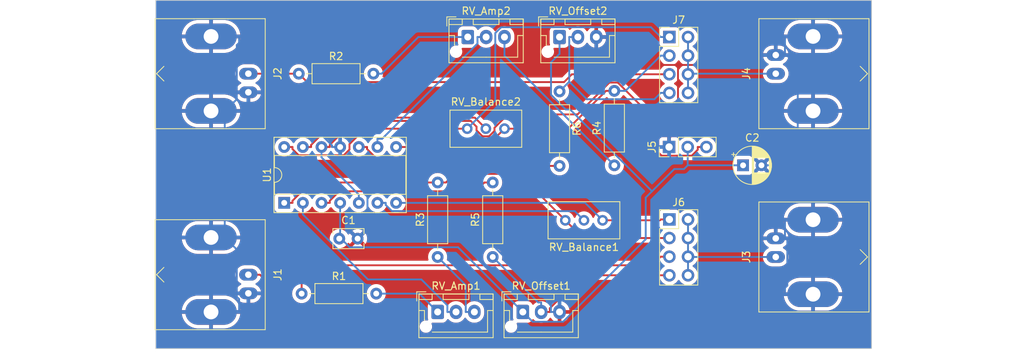
<source format=kicad_pcb>
(kicad_pcb (version 20221018) (generator pcbnew)
  (title_block (title "Wave Form Amplifier") (date "2023-03-08") (rev "1") (company "Out-of-Band Development") (comment 1 "Matthew Whited"))
  (layers (0 "F.Cu" signal) (31 "B.Cu" signal) (34 "B.Paste" user) (35 "F.Paste" user) (36 "B.SilkS" user "B.Silkscreen") (37 "F.SilkS" user "F.Silkscreen") (38 "B.Mask" user) (39 "F.Mask" user) (44 "Edge.Cuts" user))
  (net 0 "")
  (net 1 "Net-(J1-In)")
  (net 2 "Earth_Protective")
  (net 3 "Net-(J2-In)")
  (net 4 "Net-(J3-In)")
  (net 5 "Net-(J4-In)")
  (net 6 "VCC")
  (net 7 "Net-(J6-Pin_1)")
  (net 8 "Net-(J6-Pin_3)")
  (net 9 "Net-(J6-Pin_7)")
  (net 10 "Net-(J7-Pin_1)")
  (net 11 "Net-(J7-Pin_3)")
  (net 12 "Net-(J7-Pin_7)")
  (net 13 "Net-(R1-Pad2)")
  (net 14 "Net-(U1A--)")
  (net 15 "Net-(R3-Pad1)")
  (net 16 "Net-(R2-Pad2)")
  (net 17 "Net-(U1C--)")
  (net 18 "Net-(R4-Pad1)")
  (net 19 "Net-(U1B--)")
  (net 20 "Net-(U1D--)")
  (net 21 "Net-(U1A-+)")
  (net 22 "Net-(U1C-+)")
  (net 23 "VDD")
  (footprint "Connector_Coaxial:BNC_Amphenol_B6252HB-NPP3G-50_Horizontal" (layer "F.Cu") (at 196.835 72.54 -90)
    (fp_text reference "J4" (at 0 4 90) (layer "F.SilkS"))
    (fp_text value "Conn_Coaxial")
    (pad "1" thru_hole oval (at 0 0 270) (size 1.6 2.5) (drill 0.89) (layers "*.Cu" "*.Mask") (net 5 "Net-(J4-In)"))
    (pad "2" thru_hole oval (at -5.08 -5.08 270) (size 3.5 7) (drill 2.01) (layers "*.Cu" "*.Mask") (net 2 "Earth_Protective"))
    (pad "2" thru_hole oval (at -2.54 0 270) (size 1.6 2.5) (drill 0.89) (layers "*.Cu" "*.Mask") (net 2 "Earth_Protective"))
    (pad "2" thru_hole oval (at 5.08 -5.08 270) (size 3.5 7) (drill 2.01) (layers "*.Cu" "*.Mask") (net 2 "Earth_Protective"))
  )
  (footprint "Resistor_THT:R_Axial_DIN0207_L6.3mm_D2.5mm_P10.16mm_Horizontal" (layer "F.Cu") (at 132.26 102.54)
    (fp_text reference "R1" (at 5.08 -2.37) (layer "F.SilkS"))
    (fp_text value "100")
    (pad "1" thru_hole circle (at 0 0) (size 1.6 1.6) (drill 0.8) (layers "*.Cu" "*.Mask") (net 1 "Net-(J1-In)"))
    (pad "2" thru_hole oval (at 10.16 0) (size 1.6 1.6) (drill 0.8) (layers "*.Cu" "*.Mask") (net 13 "Net-(R1-Pad2)"))
  )
  (footprint "Resistor_THT:R_Axial_DIN0207_L6.3mm_D2.5mm_P10.16mm_Horizontal" (layer "F.Cu") (at 174.85 85.04 90)
    (fp_text reference "R4" (at 5.08 -2.37 90) (layer "F.SilkS"))
    (fp_text value "100")
    (pad "1" thru_hole circle (at 0 0 90) (size 1.6 1.6) (drill 0.8) (layers "*.Cu" "*.Mask") (net 18 "Net-(R4-Pad1)"))
    (pad "2" thru_hole oval (at 10.16 0 90) (size 1.6 1.6) (drill 0.8) (layers "*.Cu" "*.Mask") (net 11 "Net-(J7-Pin_3)"))
  )
  (footprint "Potentiometer_THT:Potentiometer_Bourns_3296W_Vertical" (layer "F.Cu") (at 159.89 80.04)
    (fp_text reference "RV_Balance2" (at -2.54 -3.66) (layer "F.SilkS"))
    (fp_text value "10k")
    (pad "1" thru_hole circle (at 0 0) (size 1.44 1.44) (drill 0.8) (layers "*.Cu" "*.Mask") (net 11 "Net-(J7-Pin_3)"))
    (pad "2" thru_hole circle (at -2.54 0) (size 1.44 1.44) (drill 0.8) (layers "*.Cu" "*.Mask") (net 20 "Net-(U1D--)"))
    (pad "3" thru_hole circle (at -5.08 0) (size 1.44 1.44) (drill 0.8) (layers "*.Cu" "*.Mask") (net 10 "Net-(J7-Pin_1)"))
  )
  (footprint "Connector_JST:JST_XH_B3B-XH-AM_1x03_P2.50mm_Vertical" (layer "F.Cu") (at 150.785 105.04)
    (fp_text reference "RV_Amp1" (at 2.5 -3.55) (layer "F.SilkS"))
    (fp_text value "10k")
    (pad "" np_thru_hole circle (at -1.6 2) (size 1.2 1.2) (drill 1.2) (layers "*.Cu" "*.Mask"))
    (pad "1" thru_hole roundrect (at 0 0) (size 1.7 1.95) (drill 0.95) (layers "*.Cu" "*.Mask") (roundrect_rratio 0.1470588235) (net 13 "Net-(R1-Pad2)"))
    (pad "2" thru_hole oval (at 2.5 0) (size 1.7 1.95) (drill 0.95) (layers "*.Cu" "*.Mask") (net 14 "Net-(U1A--)"))
    (pad "3" thru_hole oval (at 5 0) (size 1.7 1.95) (drill 0.95) (layers "*.Cu" "*.Mask") (net 15 "Net-(R3-Pad1)"))
  )
  (footprint "Resistor_THT:R_Axial_DIN0207_L6.3mm_D2.5mm_P10.16mm_Horizontal" (layer "F.Cu") (at 167.385 74.96 -90)
    (fp_text reference "R6" (at 5.08 -2.37 90) (layer "F.SilkS"))
    (fp_text value "100")
    (pad "1" thru_hole circle (at 0 0 270) (size 1.6 1.6) (drill 0.8) (layers "*.Cu" "*.Mask") (net 12 "Net-(J7-Pin_7)"))
    (pad "2" thru_hole oval (at 10.16 0 270) (size 1.6 1.6) (drill 0.8) (layers "*.Cu" "*.Mask") (net 22 "Net-(U1C-+)"))
  )
  (footprint "Connector_JST:JST_XH_B3B-XH-AM_1x03_P2.50mm_Vertical" (layer "F.Cu") (at 167.385 67.54)
    (fp_text reference "RV_Offset2" (at 2.5 -3.55) (layer "F.SilkS"))
    (fp_text value "10k")
    (pad "" np_thru_hole circle (at -1.6 2) (size 1.2 1.2) (drill 1.2) (layers "*.Cu" "*.Mask"))
    (pad "1" thru_hole roundrect (at 0 0) (size 1.7 1.95) (drill 0.95) (layers "*.Cu" "*.Mask") (roundrect_rratio 0.1470588235) (net 6 "VCC"))
    (pad "2" thru_hole oval (at 2.5 0) (size 1.7 1.95) (drill 0.95) (layers "*.Cu" "*.Mask") (net 12 "Net-(J7-Pin_7)"))
    (pad "3" thru_hole oval (at 5 0) (size 1.7 1.95) (drill 0.95) (layers "*.Cu" "*.Mask") (net 2 "Earth_Protective"))
  )
  (footprint "Connector_Coaxial:BNC_Amphenol_B6252HB-NPP3G-50_Horizontal" (layer "F.Cu") (at 125 72.54 90)
    (fp_text reference "J2" (at 0 4 90) (layer "F.SilkS"))
    (fp_text value "Conn_Coaxial")
    (pad "1" thru_hole oval (at 0 0 90) (size 1.6 2.5) (drill 0.89) (layers "*.Cu" "*.Mask") (net 3 "Net-(J2-In)"))
    (pad "2" thru_hole oval (at -5.08 -5.08 90) (size 3.5 7) (drill 2.01) (layers "*.Cu" "*.Mask") (net 2 "Earth_Protective"))
    (pad "2" thru_hole oval (at -2.54 0 90) (size 1.6 2.5) (drill 0.89) (layers "*.Cu" "*.Mask") (net 2 "Earth_Protective"))
    (pad "2" thru_hole oval (at 5.08 -5.08 90) (size 3.5 7) (drill 2.01) (layers "*.Cu" "*.Mask") (net 2 "Earth_Protective"))
  )
  (footprint "Connector_PinHeader_2.54mm:PinHeader_1x03_P2.54mm_Vertical" (layer "F.Cu") (at 182.305 82.54 90)
    (fp_text reference "J5" (at 0 -2.33 90) (layer "F.SilkS"))
    (fp_text value "Conn_01x03_Pin")
    (pad "1" thru_hole rect (at 0 0 90) (size 1.7 1.7) (drill 1) (layers "*.Cu" "*.Mask") (net 2 "Earth_Protective"))
    (pad "2" thru_hole oval (at 0 2.54 90) (size 1.7 1.7) (drill 1) (layers "*.Cu" "*.Mask") (net 6 "VCC"))
    (pad "3" thru_hole oval (at 0 5.08 90) (size 1.7 1.7) (drill 1) (layers "*.Cu" "*.Mask") (net 23 "VDD"))
  )
  (footprint "Potentiometer_THT:Potentiometer_Bourns_3296W_Vertical" (layer "F.Cu") (at 168.17 92.54 180)
    (fp_text reference "RV_Balance1" (at -2.54 -3.66) (layer "F.SilkS"))
    (fp_text value "10k")
    (pad "1" thru_hole circle (at 0 0 180) (size 1.44 1.44) (drill 0.8) (layers "*.Cu" "*.Mask") (net 8 "Net-(J6-Pin_3)"))
    (pad "2" thru_hole circle (at -2.54 0 180) (size 1.44 1.44) (drill 0.8) (layers "*.Cu" "*.Mask") (net 19 "Net-(U1B--)"))
    (pad "3" thru_hole circle (at -5.08 0 180) (size 1.44 1.44) (drill 0.8) (layers "*.Cu" "*.Mask") (net 7 "Net-(J6-Pin_1)"))
  )
  (footprint "Connector_JST:JST_XH_B3B-XH-AM_1x03_P2.50mm_Vertical" (layer "F.Cu") (at 154.885 67.54)
    (fp_text reference "RV_Amp2" (at 2.5 -3.55) (layer "F.SilkS"))
    (fp_text value "10k")
    (pad "" np_thru_hole circle (at -1.6 2) (size 1.2 1.2) (drill 1.2) (layers "*.Cu" "*.Mask"))
    (pad "1" thru_hole roundrect (at 0 0) (size 1.7 1.95) (drill 0.95) (layers "*.Cu" "*.Mask") (roundrect_rratio 0.1470588235) (net 16 "Net-(R2-Pad2)"))
    (pad "2" thru_hole oval (at 2.5 0) (size 1.7 1.95) (drill 0.95) (layers "*.Cu" "*.Mask") (net 17 "Net-(U1C--)"))
    (pad "3" thru_hole oval (at 5 0) (size 1.7 1.95) (drill 0.95) (layers "*.Cu" "*.Mask") (net 18 "Net-(R4-Pad1)"))
  )
  (footprint "Connector_PinHeader_2.54mm:PinHeader_2x04_P2.54mm_Vertical" (layer "F.Cu") (at 182.345 67.54)
    (fp_text reference "J7" (at 1.27 -2.33) (layer "F.SilkS"))
    (fp_text value "Conn_02x04_Odd_Even")
    (pad "1" thru_hole rect (at 0 0) (size 1.7 1.7) (drill 1) (layers "*.Cu" "*.Mask") (net 10 "Net-(J7-Pin_1)"))
    (pad "2" thru_hole oval (at 2.54 0) (size 1.7 1.7) (drill 1) (layers "*.Cu" "*.Mask") (net 5 "Net-(J4-In)"))
    (pad "3" thru_hole oval (at 0 2.54) (size 1.7 1.7) (drill 1) (layers "*.Cu" "*.Mask") (net 11 "Net-(J7-Pin_3)"))
    (pad "4" thru_hole oval (at 2.54 2.54) (size 1.7 1.7) (drill 1) (layers "*.Cu" "*.Mask") (net 5 "Net-(J4-In)"))
    (pad "5" thru_hole oval (at 0 5.08) (size 1.7 1.7) (drill 1) (layers "*.Cu" "*.Mask") (net 3 "Net-(J2-In)"))
    (pad "6" thru_hole oval (at 2.54 5.08) (size 1.7 1.7) (drill 1) (layers "*.Cu" "*.Mask") (net 5 "Net-(J4-In)"))
    (pad "7" thru_hole oval (at 0 7.62) (size 1.7 1.7) (drill 1) (layers "*.Cu" "*.Mask") (net 12 "Net-(J7-Pin_7)"))
    (pad "8" thru_hole oval (at 2.54 7.62) (size 1.7 1.7) (drill 1) (layers "*.Cu" "*.Mask") (net 5 "Net-(J4-In)"))
  )
  (footprint "Resistor_THT:R_Axial_DIN0207_L6.3mm_D2.5mm_P10.16mm_Horizontal" (layer "F.Cu") (at 131.87 72.54)
    (fp_text reference "R2" (at 5.08 -2.37) (layer "F.SilkS"))
    (fp_text value "100")
    (pad "1" thru_hole circle (at 0 0) (size 1.6 1.6) (drill 0.8) (layers "*.Cu" "*.Mask") (net 3 "Net-(J2-In)"))
    (pad "2" thru_hole oval (at 10.16 0) (size 1.6 1.6) (drill 0.8) (layers "*.Cu" "*.Mask") (net 16 "Net-(R2-Pad2)"))
  )
  (footprint "Capacitor_THT:CP_Radial_D5.0mm_P2.50mm" (layer "F.Cu") (at 192.385 85.04)
    (fp_text reference "C2" (at 1.25 -3.75) (layer "F.SilkS"))
    (fp_text value "1mF")
    (pad "1" thru_hole rect (at 0 0) (size 1.6 1.6) (drill 0.8) (layers "*.Cu" "*.Mask") (net 6 "VCC"))
    (pad "2" thru_hole circle (at 2.5 0) (size 1.6 1.6) (drill 0.8) (layers "*.Cu" "*.Mask") (net 2 "Earth_Protective"))
  )
  (footprint "Connector_Coaxial:BNC_Amphenol_B6252HB-NPP3G-50_Horizontal" (layer "F.Cu") (at 125 99.96 90)
    (fp_text reference "J1" (at 0 4 90) (layer "F.SilkS"))
    (fp_text value "Conn_Coaxial")
    (pad "1" thru_hole oval (at 0 0 90) (size 1.6 2.5) (drill 0.89) (layers "*.Cu" "*.Mask") (net 1 "Net-(J1-In)"))
    (pad "2" thru_hole oval (at -5.08 -5.08 90) (size 3.5 7) (drill 2.01) (layers "*.Cu" "*.Mask") (net 2 "Earth_Protective"))
    (pad "2" thru_hole oval (at -2.54 0 90) (size 1.6 2.5) (drill 0.89) (layers "*.Cu" "*.Mask") (net 2 "Earth_Protective"))
    (pad "2" thru_hole oval (at 5.08 -5.08 90) (size 3.5 7) (drill 2.01) (layers "*.Cu" "*.Mask") (net 2 "Earth_Protective"))
  )
  (footprint "Connector_JST:JST_XH_B3B-XH-AM_1x03_P2.50mm_Vertical" (layer "F.Cu") (at 162.385 105.04)
    (fp_text reference "RV_Offset1" (at 2.5 -3.55) (layer "F.SilkS"))
    (fp_text value "10k")
    (pad "" np_thru_hole circle (at -1.6 2) (size 1.2 1.2) (drill 1.2) (layers "*.Cu" "*.Mask"))
    (pad "1" thru_hole roundrect (at 0 0) (size 1.7 1.95) (drill 0.95) (layers "*.Cu" "*.Mask") (roundrect_rratio 0.1470588235) (net 6 "VCC"))
    (pad "2" thru_hole oval (at 2.5 0) (size 1.7 1.95) (drill 0.95) (layers "*.Cu" "*.Mask") (net 9 "Net-(J6-Pin_7)"))
    (pad "3" thru_hole oval (at 5 0) (size 1.7 1.95) (drill 0.95) (layers "*.Cu" "*.Mask") (net 2 "Earth_Protective"))
  )
  (footprint "Connector_PinHeader_2.54mm:PinHeader_2x04_P2.54mm_Vertical" (layer "F.Cu") (at 182.345 92.42)
    (fp_text reference "J6" (at 1.27 -2.33) (layer "F.SilkS"))
    (fp_text value "Conn_02x04_Odd_Even")
    (pad "1" thru_hole rect (at 0 0) (size 1.7 1.7) (drill 1) (layers "*.Cu" "*.Mask") (net 7 "Net-(J6-Pin_1)"))
    (pad "2" thru_hole oval (at 2.54 0) (size 1.7 1.7) (drill 1) (layers "*.Cu" "*.Mask") (net 4 "Net-(J3-In)"))
    (pad "3" thru_hole oval (at 0 2.54) (size 1.7 1.7) (drill 1) (layers "*.Cu" "*.Mask") (net 8 "Net-(J6-Pin_3)"))
    (pad "4" thru_hole oval (at 2.54 2.54) (size 1.7 1.7) (drill 1) (layers "*.Cu" "*.Mask") (net 4 "Net-(J3-In)"))
    (pad "5" thru_hole oval (at 0 5.08) (size 1.7 1.7) (drill 1) (layers "*.Cu" "*.Mask") (net 1 "Net-(J1-In)"))
    (pad "6" thru_hole oval (at 2.54 5.08) (size 1.7 1.7) (drill 1) (layers "*.Cu" "*.Mask") (net 4 "Net-(J3-In)"))
    (pad "7" thru_hole oval (at 0 7.62) (size 1.7 1.7) (drill 1) (layers "*.Cu" "*.Mask") (net 9 "Net-(J6-Pin_7)"))
    (pad "8" thru_hole oval (at 2.54 7.62) (size 1.7 1.7) (drill 1) (layers "*.Cu" "*.Mask") (net 4 "Net-(J3-In)"))
  )
  (footprint "Package_DIP:DIP-14_W7.62mm_Socket" (layer "F.Cu") (at 129.885 90.16 90)
    (fp_text reference "U1" (at 3.81 -2.33 90) (layer "F.SilkS"))
    (fp_text value "LM324")
    (pad "1" thru_hole rect (at 0 0 90) (size 1.6 1.6) (drill 0.8) (layers "*.Cu" "*.Mask") (net 8 "Net-(J6-Pin_3)"))
    (pad "2" thru_hole oval (at 0 2.54 90) (size 1.6 1.6) (drill 0.8) (layers "*.Cu" "*.Mask") (net 14 "Net-(U1A--)"))
    (pad "3" thru_hole oval (at 0 5.08 90) (size 1.6 1.6) (drill 0.8) (layers "*.Cu" "*.Mask") (net 21 "Net-(U1A-+)"))
    (pad "4" thru_hole oval (at 0 7.62 90) (size 1.6 1.6) (drill 0.8) (layers "*.Cu" "*.Mask") (net 6 "VCC"))
    (pad "5" thru_hole oval (at 0 10.16 90) (size 1.6 1.6) (drill 0.8) (layers "*.Cu" "*.Mask") (net 23 "VDD"))
    (pad "6" thru_hole oval (at 0 12.7 90) (size 1.6 1.6) (drill 0.8) (layers "*.Cu" "*.Mask") (net 19 "Net-(U1B--)"))
    (pad "7" thru_hole oval (at 0 15.24 90) (size 1.6 1.6) (drill 0.8) (layers "*.Cu" "*.Mask") (net 7 "Net-(J6-Pin_1)"))
    (pad "8" thru_hole oval (at 7.62 15.24 90) (size 1.6 1.6) (drill 0.8) (layers "*.Cu" "*.Mask") (net 11 "Net-(J7-Pin_3)"))
    (pad "9" thru_hole oval (at 7.62 12.7 90) (size 1.6 1.6) (drill 0.8) (layers "*.Cu" "*.Mask") (net 17 "Net-(U1C--)"))
    (pad "10" thru_hole oval (at 7.62 10.16 90) (size 1.6 1.6) (drill 0.8) (layers "*.Cu" "*.Mask") (net 22 "Net-(U1C-+)"))
    (pad "11" thru_hole oval (at 7.62 7.62 90) (size 1.6 1.6) (drill 0.8) (layers "*.Cu" "*.Mask") (net 2 "Earth_Protective"))
    (pad "12" thru_hole oval (at 7.62 5.08 90) (size 1.6 1.6) (drill 0.8) (layers "*.Cu" "*.Mask") (net 23 "VDD"))
    (pad "13" thru_hole oval (at 7.62 2.54 90) (size 1.6 1.6) (drill 0.8) (layers "*.Cu" "*.Mask") (net 20 "Net-(U1D--)"))
    (pad "14" thru_hole oval (at 7.62 0 90) (size 1.6 1.6) (drill 0.8) (layers "*.Cu" "*.Mask") (net 10 "Net-(J7-Pin_1)"))
  )
  (footprint "Resistor_THT:R_Axial_DIN0207_L6.3mm_D2.5mm_P10.16mm_Horizontal" (layer "F.Cu") (at 150.785 97.54 90)
    (fp_text reference "R3" (at 5.08 -2.37 90) (layer "F.SilkS"))
    (fp_text value "100")
    (pad "1" thru_hole circle (at 0 0 90) (size 1.6 1.6) (drill 0.8) (layers "*.Cu" "*.Mask") (net 15 "Net-(R3-Pad1)"))
    (pad "2" thru_hole oval (at 10.16 0 90) (size 1.6 1.6) (drill 0.8) (layers "*.Cu" "*.Mask") (net 8 "Net-(J6-Pin_3)"))
  )
  (footprint "Capacitor_THT:C_Rect_L4.0mm_W2.5mm_P2.50mm" (layer "F.Cu") (at 137.385 95.04)
    (fp_text reference "C1" (at 1.25 -2.5) (layer "F.SilkS"))
    (fp_text value "100nF")
    (pad "1" thru_hole circle (at 0 0) (size 1.6 1.6) (drill 0.8) (layers "*.Cu" "*.Mask") (net 6 "VCC"))
    (pad "2" thru_hole circle (at 2.5 0) (size 1.6 1.6) (drill 0.8) (layers "*.Cu" "*.Mask") (net 2 "Earth_Protective"))
  )
  (footprint "Resistor_THT:R_Axial_DIN0207_L6.3mm_D2.5mm_P10.16mm_Horizontal" (layer "F.Cu") (at 158.285 97.54 90)
    (fp_text reference "R5" (at 5.08 -2.37 90) (layer "F.SilkS"))
    (fp_text value "100")
    (pad "1" thru_hole circle (at 0 0 90) (size 1.6 1.6) (drill 0.8) (layers "*.Cu" "*.Mask") (net 9 "Net-(J6-Pin_7)"))
    (pad "2" thru_hole oval (at 10.16 0 90) (size 1.6 1.6) (drill 0.8) (layers "*.Cu" "*.Mask") (net 21 "Net-(U1A-+)"))
  )
  (footprint "Connector_Coaxial:BNC_Amphenol_B6252HB-NPP3G-50_Horizontal" (layer "F.Cu") (at 196.835 97.54 -90)
    (fp_text reference "J3" (at 0 4 90) (layer "F.SilkS"))
    (fp_text value "Conn_Coaxial")
    (pad "1" thru_hole oval (at 0 0 270) (size 1.6 2.5) (drill 0.89) (layers "*.Cu" "*.Mask") (net 4 "Net-(J3-In)"))
    (pad "2" thru_hole oval (at -5.08 -5.08 270) (size 3.5 7) (drill 2.01) (layers "*.Cu" "*.Mask") (net 2 "Earth_Protective"))
    (pad "2" thru_hole oval (at -2.54 0 270) (size 1.6 2.5) (drill 0.89) (layers "*.Cu" "*.Mask") (net 2 "Earth_Protective"))
    (pad "2" thru_hole oval (at 5.08 -5.08 270) (size 3.5 7) (drill 2.01) (layers "*.Cu" "*.Mask") (net 2 "Earth_Protective"))
  )
  (gr_rect (start 112.385 62.54) (end 209.885 110.04) (stroke (width 0.1)) (fill none) (layer "Edge.Cuts"))
  (segment (start 132.26 100.138) (end 126.7526 100.138) (width 0.25) (layer "F.Cu") (net 1))
  (segment (start 126.7526 100.138) (end 126.5751 99.96) (width 0.25) (layer "F.Cu") (net 1))
  (segment (start 132.26 100.138) (end 132.26 102.54) (width 0.25) (layer "F.Cu") (net 1))
  (segment (start 133.7224 98.675) (end 132.26 100.138) (width 0.25) (layer "F.Cu") (net 1))
  (segment (start 126.5751 99.96) (end 125 99.96) (width 0.25) (layer "F.Cu") (net 1))
  (segment (start 181.1699 97.5) (end 179.9948 98.675) (width 0.25) (layer "F.Cu") (net 1))
  (segment (start 182.345 97.5) (end 181.1699 97.5) (width 0.25) (layer "F.Cu") (net 1))
  (segment (start 179.9948 98.675) (end 133.7224 98.675) (width 0.25) (layer "F.Cu") (net 1))
  (segment (start 196.835 95) (end 195.26 95) (width 0.25) (layer "F.Cu") (net 2))
  (segment (start 172.385 67.54) (end 173.5601 67.54) (width 0.25) (layer "F.Cu") (net 2))
  (segment (start 177.3701 71.35) (end 183.5202 71.35) (width 0.25) (layer "F.Cu") (net 2))
  (segment (start 183.5202 80.15) (end 183.5202 71.35) (width 0.25) (layer "F.Cu") (net 2))
  (segment (start 182.305 82.54) (end 182.305 81.365) (width 0.25) (layer "F.Cu") (net 2))
  (segment (start 193.91 71.35) (end 195.26 70) (width 0.25) (layer "F.Cu") (net 2))
  (segment (start 182.305 81.365) (end 183.5202 80.15) (width 0.25) (layer "F.Cu") (net 2))
  (segment (start 183.5202 71.35) (end 193.91 71.35) (width 0.25) (layer "F.Cu") (net 2))
  (segment (start 173.5601 67.54) (end 177.3701 71.35) (width 0.25) (layer "F.Cu") (net 2))
  (segment (start 195.26 70) (end 196.835 70) (width 0.25) (layer "F.Cu") (net 2))
  (segment (start 195.26 95) (end 185.22 105.04) (width 0.25) (layer "F.Cu") (net 2))
  (segment (start 185.22 105.04) (end 167.385 105.04) (width 0.25) (layer "F.Cu") (net 2))
  (segment (start 129.153 75.08) (end 125 75.08) (width 0.25) (layer "B.Cu") (net 2))
  (segment (start 137.505 82.54) (end 136.3799 82.54) (width 0.25) (layer "B.Cu") (net 2))
  (segment (start 196.835 70) (end 198.298 70) (width 0.25) (layer "B.Cu") (net 2))
  (segment (start 194.885 85.04) (end 197.356 85.04) (width 0.25) (layer "B.Cu") (net 2))
  (segment (start 123.4249 96.52) (end 123.4249 102.5) (width 0.25) (layer "B.Cu") (net 2))
  (segment (start 198.09 67.46) (end 201.915 67.46) (width 0.25) (layer "B.Cu") (net 2))
  (segment (start 196.835 95) (end 198.298 95) (width 0.25) (layer "B.Cu") (net 2))
  (segment (start 156.0444 93.699) (end 166.2099 103.865) (width 0.25) (layer "B.Cu") (net 2))
  (segment (start 198.298 70) (end 199.827 71.5299) (width 0.25) (layer "B.Cu") (net 2))
  (segment (start 198.09 102.62) (end 198.09 101.76) (width 0.25) (layer "B.Cu") (net 2))
  (segment (start 125 75.08) (end 123.4249 75.08) (width 0.25) (layer "B.Cu") (net 2))
  (segment (start 121.785 94.88) (end 123.4249 96.52) (width 0.25) (layer "B.Cu") (net 2))
  (segment (start 197.356 91.726) (end 198.09 92.46) (width 0.25) (layer "B.Cu") (net 2))
  (segment (start 198.09 69.7923) (end 198.09 67.46) (width 0.25) (layer "B.Cu") (net 2))
  (segment (start 199.827 82.569) (end 197.356 85.04) (width 0.25) (layer "B.Cu") (net 2))
  (segment (start 166.2099 103.865) (end 166.2099 105.04) (width 0.25) (layer "B.Cu") (net 2))
  (segment (start 141.2256 93.699) (end 141.2256 87.386) (width 0.25) (layer "B.Cu") (net 2))
  (segment (start 123.7451 103.286) (end 123.4249 102.966) (width 0.25) (layer "B.Cu") (net 2))
  (segment (start 198.41 101.44) (end 198.41 95.112) (width 0.25) (layer "B.Cu") (net 2))
  (segment (start 119.92 77.62) (end 121.8326 77.62) (width 0.25) (layer "B.Cu") (net 2))
  (segment (start 137.505 83.665) (end 137.505 82.54) (width 0.25) (layer "B.Cu") (net 2))
  (segment (start 201.915 92.46) (end 198.09 92.46) (width 0.25) (layer "B.Cu") (net 2))
  (segment (start 136.3799 82.307) (end 129.153 75.08) (width 0.25) (layer "B.Cu") (net 2))
  (segment (start 123.4249 102.966) (end 123.4249 102.5) (width 0.25) (layer "B.Cu") (net 2))
  (segment (start 201.915 77.62) (end 199.827 77.62) (width 0.25) (layer "B.Cu") (net 2))
  (segment (start 166.2099 105.04) (end 167.385 105.04) (width 0.25) (layer "B.Cu") (net 2))
  (segment (start 136.3799 82.54) (end 136.3799 82.307) (width 0.25) (layer "B.Cu") (net 2))
  (segment (start 141.2256 87.386) (end 137.505 83.665) (width 0.25) (layer "B.Cu") (net 2))
  (segment (start 201.915 102.62) (end 198.09 102.62) (width 0.25) (layer "B.Cu") (net 2))
  (segment (start 198.298 95) (end 198.09 94.792) (width 0.25) (layer "B.Cu") (net 2))
  (segment (start 123.4249 76.028) (end 121.8326 77.62) (width 0.25) (layer "B.Cu") (net 2))
  (segment (start 123.7451 67.46) (end 123.7451 68.3196) (width 0.25) (layer "B.Cu") (net 2))
  (segment (start 197.356 85.04) (end 197.356 91.726) (width 0.25) (layer "B.Cu") (net 2))
  (segment (start 119.92 67.46) (end 123.7451 67.46) (width 0.25) (layer "B.Cu") (net 2))
  (segment (start 141.2256 93.699) (end 156.0444 93.699) (width 0.25) (layer "B.Cu") (net 2))
  (segment (start 123.4249 68.6398) (end 123.4249 75.08) (width 0.25) (layer "B.Cu") (net 2))
  (segment (start 123.7451 105.04) (end 123.7451 103.286) (width 0.25) (layer "B.Cu") (net 2))
  (segment (start 119.92 94.88) (end 121.785 94.88) (width 0.25) (layer "B.Cu") (net 2))
  (segment (start 198.41 95.112) (end 198.298 95) (width 0.25) (layer "B.Cu") (net 2))
  (segment (start 199.827 71.5299) (end 199.827 77.62) (width 0.25) (layer "B.Cu") (net 2))
  (segment (start 125 102.5) (end 123.4249 102.5) (width 0.25) (layer "B.Cu") (net 2))
  (segment (start 121.785 77.668) (end 121.785 94.88) (width 0.25) (layer "B.Cu") (net 2))
  (segment (start 199.827 77.62) (end 199.827 82.569) (width 0.25) (layer "B.Cu") (net 2))
  (segment (start 198.298 70) (end 198.09 69.7923) (width 0.25) (layer "B.Cu") (net 2))
  (segment (start 141.2256 93.699) (end 139.885 95.04) (width 0.25) (layer "B.Cu") (net 2))
  (segment (start 123.7451 68.3196) (end 123.4249 68.6398) (width 0.25) (layer "B.Cu") (net 2))
  (segment (start 121.8326 77.62) (end 121.785 77.668) (width 0.25) (layer "B.Cu") (net 2))
  (segment (start 198.09 94.792) (end 198.09 92.46) (width 0.25) (layer "B.Cu") (net 2))
  (segment (start 198.09 101.76) (end 198.41 101.44) (width 0.25) (layer "B.Cu") (net 2))
  (segment (start 119.92 105.04) (end 123.7451 105.04) (width 0.25) (layer "B.Cu") (net 2))
  (segment (start 123.4249 75.08) (end 123.4249 76.028) (width 0.25) (layer "B.Cu") (net 2))
  (segment (start 182.345 72.62) (end 169.0676 72.62) (width 0.25) (layer "F.Cu") (net 3))
  (segment (start 168.0021 73.686) (end 133.0155 73.686) (width 0.25) (layer "F.Cu") (net 3))
  (segment (start 133.0155 73.686) (end 131.87 72.54) (width 0.25) (layer "F.Cu") (net 3))
  (segment (start 131.87 72.54) (end 125 72.54) (width 0.25) (layer "F.Cu") (net 3))
  (segment (start 169.0676 72.62) (end 168.0021 73.686) (width 0.25) (layer "F.Cu") (net 3))
  (segment (start 184.885 100.04) (end 184.885 97.54) (width 0.25) (layer "B.Cu") (net 4))
  (segment (start 184.885 97.54) (end 196.835 97.54) (width 0.25) (layer "B.Cu") (net 4))
  (segment (start 184.885 94.96) (end 184.885 92.42) (width 0.25) (layer "B.Cu") (net 4))
  (segment (start 184.885 97.5) (end 184.885 94.96) (width 0.25) (layer "B.Cu") (net 4))
  (segment (start 184.885 97.54) (end 184.885 97.5) (width 0.25) (layer "B.Cu") (net 4))
  (segment (start 184.885 70.08) (end 184.885 67.54) (width 0.25) (layer "B.Cu") (net 5))
  (segment (start 184.885 72.62) (end 184.885 72.54) (width 0.25) (layer "B.Cu") (net 5))
  (segment (start 184.885 72.54) (end 184.885 70.08) (width 0.25) (layer "B.Cu") (net 5))
  (segment (start 184.885 75.16) (end 184.885 72.62) (width 0.25) (layer "B.Cu") (net 5))
  (segment (start 184.885 72.54) (end 196.835 72.54) (width 0.25) (layer "B.Cu") (net 5))
  (segment (start 183.0147 85.545) (end 184.3396 85.545) (width 0.25) (layer "B.Cu") (net 6))
  (segment (start 184.845 85.04) (end 192.385 85.04) (width 0.25) (layer "B.Cu") (net 6))
  (segment (start 167.385 69.8315) (end 167.385 67.54) (width 0.25) (layer "B.Cu") (net 6))
  (segment (start 168.8233 77.42) (end 168.2312 77.42) (width 0.25) (layer "B.Cu") (net 6))
  (segment (start 163.7272 106.382) (end 167.863 106.382) (width 0.25) (layer "B.Cu") (net 6))
  (segment (start 166.2246 70.9919) (end 167.385 69.8315) (width 0.25) (layer "B.Cu") (net 6))
  (segment (start 179.982 88.578) (end 183.0147 85.545) (width 0.25) (layer "B.Cu") (net 6))
  (segment (start 166.2246 75.413) (end 166.2246 70.9919) (width 0.25) (layer "B.Cu") (net 6))
  (segment (start 184.845 85.04) (end 184.845 82.54) (width 0.25) (layer "B.Cu") (net 6))
  (segment (start 167.863 106.382) (end 179.1218 95.123) (width 0.25) (layer "B.Cu") (net 6))
  (segment (start 138.7997 96.215) (end 153.5597 96.215) (width 0.25) (layer "B.Cu") (net 6))
  (segment (start 137.505 90.16) (end 137.505 94.92) (width 0.25) (layer "B.Cu") (net 6))
  (segment (start 179.982 88.578) (end 168.8233 77.42) (width 0.25) (layer "B.Cu") (net 6))
  (segment (start 168.2312 77.42) (end 166.2246 75.413) (width 0.25) (layer "B.Cu") (net 6))
  (segment (start 179.1218 89.438) (end 179.982 88.578) (width 0.25) (layer "B.Cu") (net 6))
  (segment (start 153.5597 96.215) (end 162.385 105.04) (width 0.25) (layer "B.Cu") (net 6))
  (segment (start 184.3396 85.545) (end 184.845 85.04) (width 0.25) (layer "B.Cu") (net 6))
  (segment (start 137.505 94.92) (end 138.7997 96.215) (width 0.25) (layer "B.Cu") (net 6))
  (segment (start 179.1218 95.123) (end 179.1218 89.438) (width 0.25) (layer "B.Cu") (net 6))
  (segment (start 162.385 105.04) (end 163.7272 106.382) (width 0.25) (layer "B.Cu") (net 6))
  (segment (start 137.505 94.92) (end 137.385 95.04) (width 0.25) (layer "B.Cu") (net 6))
  (segment (start 181.1699 92.42) (end 181.0499 92.54) (width 0.25) (layer "F.Cu") (net 7))
  (segment (start 181.0499 92.54) (end 173.25 92.54) (width 0.25) (layer "F.Cu") (net 7))
  (segment (start 182.345 92.42) (end 181.1699 92.42) (width 0.25) (layer "F.Cu") (net 7))
  (segment (start 145.125 90.16) (end 170.87 90.16) (width 0.25) (layer "B.Cu") (net 7))
  (segment (start 170.87 90.16) (end 173.25 92.54) (width 0.25) (layer "B.Cu") (net 7))
  (segment (start 161.833 86.203) (end 153.0871 86.203) (width 0.25) (layer "F.Cu") (net 8))
  (segment (start 168.17 92.54) (end 161.833 86.203) (width 0.25) (layer "F.Cu") (net 8))
  (segment (start 170.59 94.96) (end 168.17 92.54) (width 0.25) (layer "F.Cu") (net 8))
  (segment (start 131.0101 90.16) (end 131.0101 89.879) (width 0.25) (layer "F.Cu") (net 8))
  (segment (start 129.885 90.16) (end 131.0101 90.16) (width 0.25) (layer "F.Cu") (net 8))
  (segment (start 131.0101 89.879) (end 133.5088 87.38) (width 0.25) (layer "F.Cu") (net 8))
  (segment (start 151.9101 87.38) (end 150.785 87.38) (width 0.25) (layer "F.Cu") (net 8))
  (segment (start 182.345 94.96) (end 170.59 94.96) (width 0.25) (layer "F.Cu") (net 8))
  (segment (start 153.0871 86.203) (end 151.9101 87.38) (width 0.25) (layer "F.Cu") (net 8))
  (segment (start 133.5088 87.38) (end 150.785 87.38) (width 0.25) (layer "F.Cu") (net 8))
  (segment (start 170.5613 100.04) (end 182.345 100.04) (width 0.25) (layer "F.Cu") (net 9))
  (segment (start 166.0601 105.04) (end 166.0601 104.541) (width 0.25) (layer "F.Cu") (net 9))
  (segment (start 166.0601 104.541) (end 170.5613 100.04) (width 0.25) (layer "F.Cu") (net 9))
  (segment (start 164.885 105.04) (end 166.0601 105.04) (width 0.25) (layer "F.Cu") (net 9))
  (segment (start 164.885 103.74) (end 164.4849 103.74) (width 0.25) (layer "B.Cu") (net 9))
  (segment (start 164.4849 103.74) (end 158.285 97.54) (width 0.25) (layer "B.Cu") (net 9))
  (segment (start 164.885 105.04) (end 164.885 103.74) (width 0.25) (layer "B.Cu") (net 9))
  (segment (start 131.0101 82.54) (end 131.0101 82.821) (width 0.25) (layer "F.Cu") (net 10))
  (segment (start 137.9943 83.665) (end 138.775 82.884) (width 0.25) (layer "F.Cu") (net 10))
  (segment (start 131.854 83.665) (end 137.9943 83.665) (width 0.25) (layer "F.Cu") (net 10))
  (segment (start 138.775 82.15) (end 140.8846 80.04) (width 0.25) (layer "F.Cu") (net 10))
  (segment (start 140.8846 80.04) (end 154.81 80.04) (width 0.25) (layer "F.Cu") (net 10))
  (segment (start 129.885 82.54) (end 131.0101 82.54) (width 0.25) (layer "F.Cu") (net 10))
  (segment (start 138.775 82.884) (end 138.775 82.15) (width 0.25) (layer "F.Cu") (net 10))
  (segment (start 131.0101 82.821) (end 131.854 83.665) (width 0.25) (layer "F.Cu") (net 10))
  (segment (start 181.1699 67.54) (end 179.8307 66.2008) (width 0.25) (layer "B.Cu") (net 10))
  (segment (start 159.436 66.2008) (end 158.635 67.0018) (width 0.25) (layer "B.Cu") (net 10))
  (segment (start 182.345 67.54) (end 181.1699 67.54) (width 0.25) (layer "B.Cu") (net 10))
  (segment (start 179.8307 66.2008) (end 159.436 66.2008) (width 0.25) (layer "B.Cu") (net 10))
  (segment (start 158.635 76.215) (end 154.81 80.04) (width 0.25) (layer "B.Cu") (net 10))
  (segment (start 158.635 67.0018) (end 158.635 76.215) (width 0.25) (layer "B.Cu") (net 10))
  (segment (start 157.39 82.54) (end 159.89 80.04) (width 0.25) (layer "F.Cu") (net 11))
  (segment (start 145.125 82.54) (end 157.39 82.54) (width 0.25) (layer "F.Cu") (net 11))
  (segment (start 174.85 74.88) (end 173.7249 74.88) (width 0.25) (layer "F.Cu") (net 11))
  (segment (start 173.7249 74.88) (end 168.5649 80.04) (width 0.25) (layer "F.Cu") (net 11))
  (segment (start 168.5649 80.04) (end 159.89 80.04) (width 0.25) (layer "F.Cu") (net 11))
  (segment (start 181.1699 70.08) (end 176.3699 74.88) (width 0.25) (layer "B.Cu") (net 11))
  (segment (start 182.345 70.08) (end 181.1699 70.08) (width 0.25) (layer "B.Cu") (net 11))
  (segment (start 176.3699 74.88) (end 174.85 74.88) (width 0.25) (layer "B.Cu") (net 11))
  (segment (start 168.7099 73.635) (end 167.385 74.96) (width 0.25) (layer "B.Cu") (net 12))
  (segment (start 168.7099 67.54) (end 168.7099 73.635) (width 0.25) (layer "B.Cu") (net 12))
  (segment (start 180.3085 76.021) (end 171.0962 76.021) (width 0.25) (layer "B.Cu") (net 12))
  (segment (start 181.1699 75.16) (end 180.3085 76.021) (width 0.25) (layer "B.Cu") (net 12))
  (segment (start 169.885 67.54) (end 168.7099 67.54) (width 0.25) (layer "B.Cu") (net 12))
  (segment (start 182.345 75.16) (end 181.1699 75.16) (width 0.25) (layer "B.Cu") (net 12))
  (segment (start 171.0962 76.021) (end 168.7099 73.635) (width 0.25) (layer "B.Cu") (net 12))
  (segment (start 148.285 102.54) (end 142.42 102.54) (width 0.25) (layer "B.Cu") (net 13))
  (segment (start 150.785 105.04) (end 148.285 102.54) (width 0.25) (layer "B.Cu") (net 13))
  (segment (start 152.1099 104.146) (end 148.5707 100.607) (width 0.25) (layer "B.Cu") (net 14))
  (segment (start 153.285 105.04) (end 152.1099 105.04) (width 0.25) (layer "B.Cu") (net 14))
  (segment (start 132.425 91.741) (end 132.425 90.16) (width 0.25) (layer "B.Cu") (net 14))
  (segment (start 141.2913 100.607) (end 132.425 91.741) (width 0.25) (layer "B.Cu") (net 14))
  (segment (start 148.5707 100.607) (end 141.2913 100.607) (width 0.25) (layer "B.Cu") (net 14))
  (segment (start 152.1099 105.04) (end 152.1099 104.146) (width 0.25) (layer "B.Cu") (net 14))
  (segment (start 155.785 105.04) (end 154.6099 105.04) (width 0.25) (layer "B.Cu") (net 15))
  (segment (start 154.6099 105.04) (end 154.6099 101.365) (width 0.25) (layer "B.Cu") (net 15))
  (segment (start 154.6099 101.365) (end 150.785 97.54) (width 0.25) (layer "B.Cu") (net 15))
  (segment (start 142.03 72.54) (end 143.1551 72.54) (width 0.25) (layer "B.Cu") (net 16))
  (segment (start 143.1551 72.54) (end 148.1551 67.54) (width 0.25) (layer "B.Cu") (net 16))
  (segment (start 148.1551 67.54) (end 154.885 67.54) (width 0.25) (layer "B.Cu") (net 16))
  (segment (start 142.585 81.415) (end 142.585 82.54) (width 0.25) (layer "B.Cu") (net 17))
  (segment (start 157.385 67.54) (end 156.2099 67.54) (width 0.25) (layer "B.Cu") (net 17))
  (segment (start 156.2099 68.4335) (end 143.2285 81.415) (width 0.25) (layer "B.Cu") (net 17))
  (segment (start 156.2099 67.54) (end 156.2099 68.4335) (width 0.25) (layer "B.Cu") (net 17))
  (segment (start 143.2285 81.415) (end 142.585 81.415) (width 0.25) (layer "B.Cu") (net 17))
  (segment (start 159.885 67.54) (end 159.885 70.075) (width 0.25) (layer "B.Cu") (net 18))
  (segment (start 159.885 70.075) (end 174.85 85.04) (width 0.25) (layer "B.Cu") (net 18))
  (segment (start 144.5538 91.285) (end 169.4551 91.285) (width 0.25) (layer "B.Cu") (net 19))
  (segment (start 143.7101 90.441) (end 144.5538 91.285) (width 0.25) (layer "B.Cu") (net 19))
  (segment (start 169.4551 91.285) (end 170.71 92.54) (width 0.25) (layer "B.Cu") (net 19))
  (segment (start 143.7101 90.16) (end 143.7101 90.441) (width 0.25) (layer "B.Cu") (net 19))
  (segment (start 142.585 90.16) (end 143.7101 90.16) (width 0.25) (layer "B.Cu") (net 19))
  (segment (start 133.5501 82.54) (end 132.425 82.54) (width 0.25) (layer "F.Cu") (net 20))
  (segment (start 157.35 80.04) (end 155.8424 78.532) (width 0.25) (layer "F.Cu") (net 20))
  (segment (start 155.8424 78.532) (end 137.2764 78.532) (width 0.25) (layer "F.Cu") (net 20))
  (segment (start 133.5501 82.259) (end 133.5501 82.54) (width 0.25) (layer "F.Cu") (net 20))
  (segment (start 137.2764 78.532) (end 133.5501 82.259) (width 0.25) (layer "F.Cu") (net 20))
  (segment (start 155.9552 88.585) (end 137.3841 88.585) (width 0.25) (layer "F.Cu") (net 21))
  (segment (start 136.0901 90.16) (end 134.965 90.16) (width 0.25) (layer "F.Cu") (net 21))
  (segment (start 158.285 87.38) (end 157.1599 87.38) (width 0.25) (layer "F.Cu") (net 21))
  (segment (start 157.1599 87.38) (end 155.9552 88.585) (width 0.25) (layer "F.Cu") (net 21))
  (segment (start 137.3841 88.585) (end 136.0901 89.879) (width 0.25) (layer "F.Cu") (net 21))
  (segment (start 136.0901 89.879) (end 136.0901 90.16) (width 0.25) (layer "F.Cu") (net 21))
  (segment (start 141.1701 82.54) (end 141.1701 82.821) (width 0.25) (layer "F.Cu") (net 22))
  (segment (start 143.4688 85.12) (end 167.385 85.12) (width 0.25) (layer "F.Cu") (net 22))
  (segment (start 141.1701 82.821) (end 143.4688 85.12) (width 0.25) (layer "F.Cu") (net 22))
  (segment (start 140.045 82.54) (end 141.1701 82.54) (width 0.25) (layer "F.Cu") (net 22))
  (segment (start 155.2922 78.983) (end 139.3662 78.983) (width 0.25) (layer "F.Cu") (net 23))
  (segment (start 157.783 81.085) (end 156.9017 81.085) (width 0.25) (layer "F.Cu") (net 23))
  (segment (start 185.399 83.716) (end 181.2845 83.716) (width 0.25) (layer "F.Cu") (net 23))
  (segment (start 156.08 79.77) (end 155.2922 78.983) (width 0.25) (layer "F.Cu") (net 23))
  (segment (start 175.3215 73.753) (end 174.1768 73.753) (width 0.25) (layer "F.Cu") (net 23))
  (segment (start 160.3508 78.096) (end 158.5263 79.921) (width 0.25) (layer "F.Cu") (net 23))
  (segment (start 186.21 82.54) (end 186.21 82.905) (width 0.25) (layer "F.Cu") (net 23))
  (segment (start 136.0901 82.259) (end 136.0901 82.54) (width 0.25) (layer "F.Cu") (net 23))
  (segment (start 169.8336 78.096) (end 160.3508 78.096) (width 0.25) (layer "F.Cu") (net 23))
  (segment (start 181.2845 83.716) (end 179.0719 81.504) (width 0.25) (layer "F.Cu") (net 23))
  (segment (start 187.385 82.54) (end 186.21 82.54) (width 0.25) (layer "F.Cu") (net 23))
  (segment (start 179.0719 81.504) (end 179.0719 77.504) (width 0.25) (layer "F.Cu") (net 23))
  (segment (start 158.5263 79.921) (end 158.5263 80.342) (width 0.25) (layer "F.Cu") (net 23))
  (segment (start 158.5263 80.342) (end 157.783 81.085) (width 0.25) (layer "F.Cu") (net 23))
  (segment (start 156.9017 81.085) (end 156.08 80.264) (width 0.25) (layer "F.Cu") (net 23))
  (segment (start 186.21 82.905) (end 185.399 83.716) (width 0.25) (layer "F.Cu") (net 23))
  (segment (start 174.1768 73.753) (end 169.8336 78.096) (width 0.25) (layer "F.Cu") (net 23))
  (segment (start 136.0901 82.54) (end 134.965 82.54) (width 0.25) (layer "F.Cu") (net 23))
  (segment (start 156.08 80.264) (end 156.08 79.77) (width 0.25) (layer "F.Cu") (net 23))
  (segment (start 139.3662 78.983) (end 136.0901 82.259) (width 0.25) (layer "F.Cu") (net 23))
  (segment (start 179.0719 77.504) (end 175.3215 73.753) (width 0.25) (layer "F.Cu") (net 23))
  (segment (start 140.045 90.16) (end 140.045 89.035) (width 0.25) (layer "B.Cu") (net 23))
  (segment (start 140.045 89.035) (end 134.965 83.955) (width 0.25) (layer "B.Cu") (net 23))
  (segment (start 134.965 83.955) (end 134.965 82.54) (width 0.25) (layer "B.Cu") (net 23))
  (zone (net 2) (net_name "Earth_Protective") (layer "F.Cu") (priority 1) (connect_pads (clearance 0.5)) (min_thickness 0.25) (fill yes (thermal_gap 0.5) (thermal_bridge_width 0.5))
    (polygon (pts (xy 112.385 62.54) (xy 209.885 62.54) (xy 209.885 110.04) (xy 112.385 110.04)))
  )
  (zone (net 2) (net_name "Earth_Protective") (layer "B.Cu") (connect_pads (clearance 0.5)) (min_thickness 0.25) (fill yes (thermal_gap 0.5) (thermal_bridge_width 0.5))
    (polygon (pts (xy 112.385 62.54) (xy 209.885 62.54) (xy 209.885 110.04) (xy 112.385 110.04)))
  )
)
</source>
